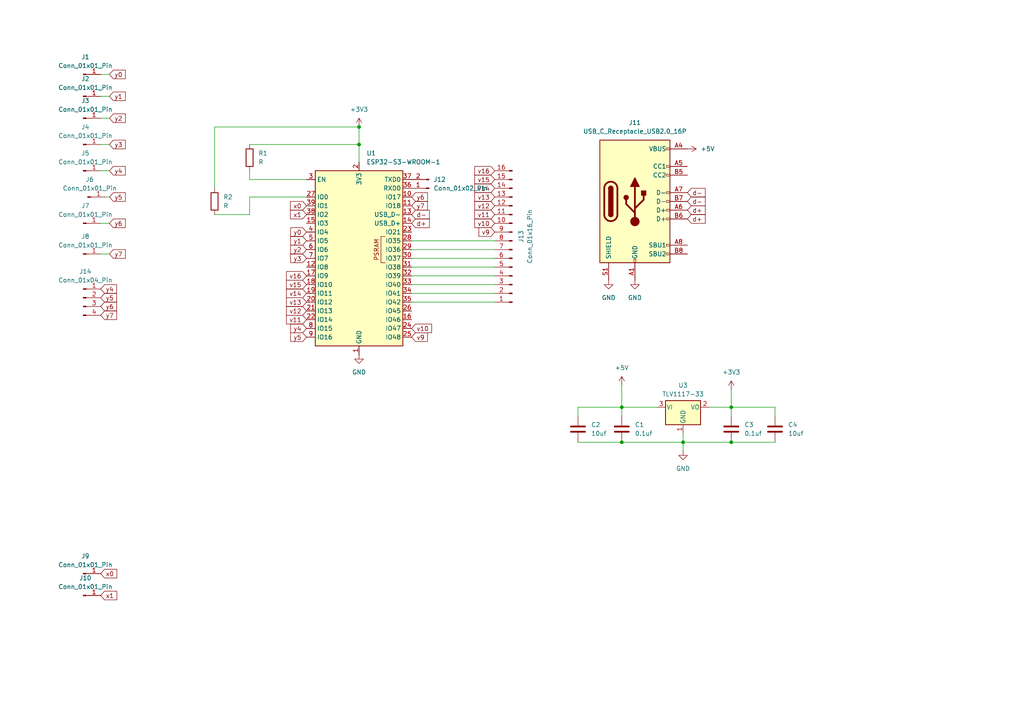
<source format=kicad_sch>
(kicad_sch (version 20250114) (generator "eeschema") (generator_version "9.0")
  (paper "A4")
  (lib_symbols
    (symbol "Connector:Conn_01x01_Pin" (pin_names (offset 1.016) (hide yes))
      (property "Reference" "J" (at 0 2.54 0))
      (property "Value" "Conn_01x01_Pin" (at 0 -2.54 0))
      (symbol "Conn_01x01_Pin_1_1"
        (rectangle (start 0.8636 0.127) (end 0 -0.127) (stroke (width 0.1524)) (fill (type outline)))
        (polyline (pts (xy 1.27 0) (xy 0.8636 0)) (stroke (width 0.1524)))
        (pin passive line (at 5.08 0 180) (length 3.81) (name "Pin_1") (number "1"))
      )
    )
    (symbol "Connector:Conn_01x02_Pin" (pin_names (offset 1.016) (hide yes))
      (property "Reference" "J" (at 0 2.54 0))
      (property "Value" "Conn_01x02_Pin" (at 0 -5.08 0))
      (symbol "Conn_01x02_Pin_1_1"
        (rectangle (start 0.8636 0.127) (end 0 -0.127) (stroke (width 0.1524)) (fill (type outline)))
        (rectangle (start 0.8636 -2.413) (end 0 -2.667) (stroke (width 0.1524)) (fill (type outline)))
        (polyline (pts (xy 1.27 0) (xy 0.8636 0)) (stroke (width 0.1524)))
        (polyline (pts (xy 1.27 -2.54) (xy 0.8636 -2.54)) (stroke (width 0.1524)))
        (pin passive line (at 5.08 0 180) (length 3.81) (name "Pin_1") (number "1"))
        (pin passive line (at 5.08 -2.54 180) (length 3.81) (name "Pin_2") (number "2"))
      )
    )
    (symbol "Connector:Conn_01x04_Pin" (pin_names (offset 1.016) (hide yes))
      (property "Reference" "J" (at 0 5.08 0))
      (property "Value" "Conn_01x04_Pin" (at 0 -7.62 0))
      (symbol "Conn_01x04_Pin_1_1"
        (rectangle (start 0.8636 2.667) (end 0 2.413) (stroke (width 0.1524)) (fill (type outline)))
        (rectangle (start 0.8636 0.127) (end 0 -0.127) (stroke (width 0.1524)) (fill (type outline)))
        (rectangle (start 0.8636 -2.413) (end 0 -2.667) (stroke (width 0.1524)) (fill (type outline)))
        (rectangle (start 0.8636 -4.953) (end 0 -5.207) (stroke (width 0.1524)) (fill (type outline)))
        (polyline (pts (xy 1.27 2.54) (xy 0.8636 2.54)) (stroke (width 0.1524)))
        (polyline (pts (xy 1.27 0) (xy 0.8636 0)) (stroke (width 0.1524)))
        (polyline (pts (xy 1.27 -2.54) (xy 0.8636 -2.54)) (stroke (width 0.1524)))
        (polyline (pts (xy 1.27 -5.08) (xy 0.8636 -5.08)) (stroke (width 0.1524)))
        (pin passive line (at 5.08 2.54 180) (length 3.81) (name "Pin_1") (number "1"))
        (pin passive line (at 5.08 0 180) (length 3.81) (name "Pin_2") (number "2"))
        (pin passive line (at 5.08 -2.54 180) (length 3.81) (name "Pin_3") (number "3"))
        (pin passive line (at 5.08 -5.08 180) (length 3.81) (name "Pin_4") (number "4"))
      )
    )
    (symbol "Connector:Conn_01x16_Pin" (pin_names (offset 1.016) (hide yes))
      (property "Reference" "J" (at 0 20.32 0))
      (property "Value" "Conn_01x16_Pin" (at 0 -22.86 0))
      (symbol "Conn_01x16_Pin_1_1"
        (rectangle (start 0.8636 17.907) (end 0 17.653) (stroke (width 0.1524)) (fill (type outline)))
        (rectangle (start 0.8636 15.367) (end 0 15.113) (stroke (width 0.1524)) (fill (type outline)))
        (rectangle (start 0.8636 12.827) (end 0 12.573) (stroke (width 0.1524)) (fill (type outline)))
        (rectangle (start 0.8636 10.287) (end 0 10.033) (stroke (width 0.1524)) (fill (type outline)))
        (rectangle (start 0.8636 7.747) (end 0 7.493) (stroke (width 0.1524)) (fill (type outline)))
        (rectangle (start 0.8636 5.207) (end 0 4.953) (stroke (width 0.1524)) (fill (type outline)))
        (rectangle (start 0.8636 2.667) (end 0 2.413) (stroke (width 0.1524)) (fill (type outline)))
        (rectangle (start 0.8636 0.127) (end 0 -0.127) (stroke (width 0.1524)) (fill (type outline)))
        (rectangle (start 0.8636 -2.413) (end 0 -2.667) (stroke (width 0.1524)) (fill (type outline)))
        (rectangle (start 0.8636 -4.953) (end 0 -5.207) (stroke (width 0.1524)) (fill (type outline)))
        (rectangle (start 0.8636 -7.493) (end 0 -7.747) (stroke (width 0.1524)) (fill (type outline)))
        (rectangle (start 0.8636 -10.033) (end 0 -10.287) (stroke (width 0.1524)) (fill (type outline)))
        (rectangle (start 0.8636 -12.573) (end 0 -12.827) (stroke (width 0.1524)) (fill (type outline)))
        (rectangle (start 0.8636 -15.113) (end 0 -15.367) (stroke (width 0.1524)) (fill (type outline)))
        (rectangle (start 0.8636 -17.653) (end 0 -17.907) (stroke (width 0.1524)) (fill (type outline)))
        (rectangle (start 0.8636 -20.193) (end 0 -20.447) (stroke (width 0.1524)) (fill (type outline)))
        (polyline (pts (xy 1.27 17.78) (xy 0.8636 17.78)) (stroke (width 0.1524)))
        (polyline (pts (xy 1.27 15.24) (xy 0.8636 15.24)) (stroke (width 0.1524)))
        (polyline (pts (xy 1.27 12.7) (xy 0.8636 12.7)) (stroke (width 0.1524)))
        (polyline (pts (xy 1.27 10.16) (xy 0.8636 10.16)) (stroke (width 0.1524)))
        (polyline (pts (xy 1.27 7.62) (xy 0.8636 7.62)) (stroke (width 0.1524)))
        (polyline (pts (xy 1.27 5.08) (xy 0.8636 5.08)) (stroke (width 0.1524)))
        (polyline (pts (xy 1.27 2.54) (xy 0.8636 2.54)) (stroke (width 0.1524)))
        (polyline (pts (xy 1.27 0) (xy 0.8636 0)) (stroke (width 0.1524)))
        (polyline (pts (xy 1.27 -2.54) (xy 0.8636 -2.54)) (stroke (width 0.1524)))
        (polyline (pts (xy 1.27 -5.08) (xy 0.8636 -5.08)) (stroke (width 0.1524)))
        (polyline (pts (xy 1.27 -7.62) (xy 0.8636 -7.62)) (stroke (width 0.1524)))
        (polyline (pts (xy 1.27 -10.16) (xy 0.8636 -10.16)) (stroke (width 0.1524)))
        (polyline (pts (xy 1.27 -12.7) (xy 0.8636 -12.7)) (stroke (width 0.1524)))
        (polyline (pts (xy 1.27 -15.24) (xy 0.8636 -15.24)) (stroke (width 0.1524)))
        (polyline (pts (xy 1.27 -17.78) (xy 0.8636 -17.78)) (stroke (width 0.1524)))
        (polyline (pts (xy 1.27 -20.32) (xy 0.8636 -20.32)) (stroke (width 0.1524)))
        (pin passive line (at 5.08 17.78 180) (length 3.81) (name "Pin_1") (number "1"))
        (pin passive line (at 5.08 15.24 180) (length 3.81) (name "Pin_2") (number "2"))
        (pin passive line (at 5.08 12.7 180) (length 3.81) (name "Pin_3") (number "3"))
        (pin passive line (at 5.08 10.16 180) (length 3.81) (name "Pin_4") (number "4"))
        (pin passive line (at 5.08 7.62 180) (length 3.81) (name "Pin_5") (number "5"))
        (pin passive line (at 5.08 5.08 180) (length 3.81) (name "Pin_6") (number "6"))
        (pin passive line (at 5.08 2.54 180) (length 3.81) (name "Pin_7") (number "7"))
        (pin passive line (at 5.08 0 180) (length 3.81) (name "Pin_8") (number "8"))
        (pin passive line (at 5.08 -2.54 180) (length 3.81) (name "Pin_9") (number "9"))
        (pin passive line (at 5.08 -5.08 180) (length 3.81) (name "Pin_10") (number "10"))
        (pin passive line (at 5.08 -7.62 180) (length 3.81) (name "Pin_11") (number "11"))
        (pin passive line (at 5.08 -10.16 180) (length 3.81) (name "Pin_12") (number "12"))
        (pin passive line (at 5.08 -12.7 180) (length 3.81) (name "Pin_13") (number "13"))
        (pin passive line (at 5.08 -15.24 180) (length 3.81) (name "Pin_14") (number "14"))
        (pin passive line (at 5.08 -17.78 180) (length 3.81) (name "Pin_15") (number "15"))
        (pin passive line (at 5.08 -20.32 180) (length 3.81) (name "Pin_16") (number "16"))
      )
    )
    (symbol "Connector:USB_C_Receptacle_USB2.0_16P" (pin_names (offset 1.016))
      (property "Reference" "J" (at 0 22.225 0))
      (property "Value" "USB_C_Receptacle_USB2.0_16P" (at 0 19.685 0))
      (symbol "USB_C_Receptacle_USB2.0_16P_0_0"
        (rectangle (start -0.254 -17.78) (end 0.254 -16.764))
        (rectangle (start 10.16 15.494) (end 9.144 14.986))
        (rectangle (start 10.16 10.414) (end 9.144 9.906))
        (rectangle (start 10.16 7.874) (end 9.144 7.366))
        (rectangle (start 10.16 2.794) (end 9.144 2.286))
        (rectangle (start 10.16 0.254) (end 9.144 -0.254))
        (rectangle (start 10.16 -2.286) (end 9.144 -2.794))
        (rectangle (start 10.16 -4.826) (end 9.144 -5.334))
        (rectangle (start 10.16 -12.446) (end 9.144 -12.954))
        (rectangle (start 10.16 -14.986) (end 9.144 -15.494))
      )
      (symbol "USB_C_Receptacle_USB2.0_16P_0_1"
        (rectangle (start -10.16 17.78) (end 10.16 -17.78) (stroke (width 0.254)) (fill (type background)))
        (polyline (pts (xy -8.89 -3.81) (xy -8.89 3.81)) (stroke (width 0.508)))
        (rectangle (start -7.62 -3.81) (end -6.35 3.81) (stroke (width 0.254)) (fill (type outline)))
        (arc (start -7.62 3.81) (mid -6.985 4.4423) (end -6.35 3.81) (stroke (width 0.254)))
        (arc (start -7.62 3.81) (mid -6.985 4.4423) (end -6.35 3.81) (stroke (width 0.254)) (fill (type outline)))
        (arc (start -8.89 3.81) (mid -6.985 5.7067) (end -5.08 3.81) (stroke (width 0.508)))
        (arc (start -5.08 -3.81) (mid -6.985 -5.7067) (end -8.89 -3.81) (stroke (width 0.508)))
        (arc (start -6.35 -3.81) (mid -6.985 -4.4423) (end -7.62 -3.81) (stroke (width 0.254)))
        (arc (start -6.35 -3.81) (mid -6.985 -4.4423) (end -7.62 -3.81) (stroke (width 0.254)) (fill (type outline)))
        (polyline (pts (xy -5.08 3.81) (xy -5.08 -3.81)) (stroke (width 0.508)))
        (circle (center -2.54 1.143) (radius 0.635) (stroke (width 0.254)) (fill (type outline)))
        (polyline (pts (xy -1.27 4.318) (xy 0 6.858) (xy 1.27 4.318) (xy -1.27 4.318)) (stroke (width 0.254)) (fill (type outline)))
        (polyline (pts (xy 0 -2.032) (xy 2.54 0.508) (xy 2.54 1.778)) (stroke (width 0.508)))
        (polyline (pts (xy 0 -3.302) (xy -2.54 -0.762) (xy -2.54 0.508)) (stroke (width 0.508)))
        (polyline (pts (xy 0 -5.842) (xy 0 4.318)) (stroke (width 0.508)))
        (circle (center 0 -5.842) (radius 1.27) (fill (type outline)))
        (rectangle (start 1.905 1.778) (end 3.175 3.048) (stroke (width 0.254)) (fill (type outline)))
      )
      (symbol "USB_C_Receptacle_USB2.0_16P_1_1"
        (pin passive line (at -7.62 -22.86 90) (length 5.08) (name "SHIELD") (number "S1"))
        (pin passive line (at 0 -22.86 90) (length 5.08) (name "GND") (number "A1"))
        (pin passive line (at 0 -22.86 90) (length 5.08) (hide yes) (name "GND") (number "A12"))
        (pin passive line (at 0 -22.86 90) (length 5.08) (hide yes) (name "GND") (number "B1"))
        (pin passive line (at 0 -22.86 90) (length 5.08) (hide yes) (name "GND") (number "B12"))
        (pin passive line (at 15.24 15.24 180) (length 5.08) (name "VBUS") (number "A4"))
        (pin passive line (at 15.24 15.24 180) (length 5.08) (hide yes) (name "VBUS") (number "A9"))
        (pin passive line (at 15.24 15.24 180) (length 5.08) (hide yes) (name "VBUS") (number "B4"))
        (pin passive line (at 15.24 15.24 180) (length 5.08) (hide yes) (name "VBUS") (number "B9"))
        (pin bidirectional line (at 15.24 10.16 180) (length 5.08) (name "CC1") (number "A5"))
        (pin bidirectional line (at 15.24 7.62 180) (length 5.08) (name "CC2") (number "B5"))
        (pin bidirectional line (at 15.24 2.54 180) (length 5.08) (name "D-") (number "A7"))
        (pin bidirectional line (at 15.24 0 180) (length 5.08) (name "D-") (number "B7"))
        (pin bidirectional line (at 15.24 -2.54 180) (length 5.08) (name "D+") (number "A6"))
        (pin bidirectional line (at 15.24 -5.08 180) (length 5.08) (name "D+") (number "B6"))
        (pin bidirectional line (at 15.24 -12.7 180) (length 5.08) (name "SBU1") (number "A8"))
        (pin bidirectional line (at 15.24 -15.24 180) (length 5.08) (name "SBU2") (number "B8"))
      )
    )
    (symbol "Device:C" (pin_numbers (hide yes)) (pin_names (offset 0.254))
      (property "Reference" "C" (at 0.635 2.54 0))
      (property "Value" "C" (at 0.635 -2.54 0))
      (symbol "C_0_1"
        (polyline (pts (xy -2.032 0.762) (xy 2.032 0.762)) (stroke (width 0.508)))
        (polyline (pts (xy -2.032 -0.762) (xy 2.032 -0.762)) (stroke (width 0.508)))
      )
      (symbol "C_1_1"
        (pin passive line (at 0 3.81 270) (length 2.794) (name "~") (number "1"))
        (pin passive line (at 0 -3.81 90) (length 2.794) (name "~") (number "2"))
      )
    )
    (symbol "Device:R" (pin_numbers (hide yes)) (pin_names (offset 0))
      (property "Reference" "R" (at 2.032 0 90))
      (property "Value" "R" (at 0 0 90))
      (symbol "R_0_1"
        (rectangle (start -1.016 -2.54) (end 1.016 2.54) (stroke (width 0.254)))
      )
      (symbol "R_1_1"
        (pin passive line (at 0 3.81 270) (length 1.27) (name "~") (number "1"))
        (pin passive line (at 0 -3.81 90) (length 1.27) (name "~") (number "2"))
      )
    )
    (symbol "RF_Module:ESP32-S3-WROOM-1"
      (property "Reference" "U" (at -12.7 26.67 0))
      (property "Value" "ESP32-S3-WROOM-1" (at 12.7 26.67 0))
      (symbol "ESP32-S3-WROOM-1_0_0"
        (rectangle (start -12.7 25.4) (end 12.7 -25.4) (stroke (width 0.254)) (fill (type background)))
        (text "PSRAM" (at 5.08 2.54 900) (effects (font (size 1.27 1.27))))
      )
      (symbol "ESP32-S3-WROOM-1_0_1"
        (polyline (pts (xy 7.62 -1.27) (xy 6.35 -1.27) (xy 6.35 6.35) (xy 7.62 6.35)))
      )
      (symbol "ESP32-S3-WROOM-1_1_1"
        (pin input line (at -15.24 22.86 0) (length 2.54) (name "EN") (number "3"))
        (pin bidirectional line (at -15.24 17.78 0) (length 2.54) (name "IO0") (number "27"))
        (pin bidirectional line (at -15.24 15.24 0) (length 2.54) (name "IO1") (number "39"))
        (pin bidirectional line (at -15.24 12.7 0) (length 2.54) (name "IO2") (number "38"))
        (pin bidirectional line (at -15.24 10.16 0) (length 2.54) (name "IO3") (number "15"))
        (pin bidirectional line (at -15.24 7.62 0) (length 2.54) (name "IO4") (number "4"))
        (pin bidirectional line (at -15.24 5.08 0) (length 2.54) (name "IO5") (number "5"))
        (pin bidirectional line (at -15.24 2.54 0) (length 2.54) (name "IO6") (number "6"))
        (pin bidirectional line (at -15.24 0 0) (length 2.54) (name "IO7") (number "7"))
        (pin bidirectional line (at -15.24 -2.54 0) (length 2.54) (name "IO8") (number "12"))
        (pin bidirectional line (at -15.24 -5.08 0) (length 2.54) (name "IO9") (number "17"))
        (pin bidirectional line (at -15.24 -7.62 0) (length 2.54) (name "IO10") (number "18"))
        (pin bidirectional line (at -15.24 -10.16 0) (length 2.54) (name "IO11") (number "19"))
        (pin bidirectional line (at -15.24 -12.7 0) (length 2.54) (name "IO12") (number "20"))
        (pin bidirectional line (at -15.24 -15.24 0) (length 2.54) (name "IO13") (number "21"))
        (pin bidirectional line (at -15.24 -17.78 0) (length 2.54) (name "IO14") (number "22"))
        (pin bidirectional line (at -15.24 -20.32 0) (length 2.54) (name "IO15") (number "8"))
        (pin bidirectional line (at -15.24 -22.86 0) (length 2.54) (name "IO16") (number "9"))
        (pin power_in line (at 0 27.94 270) (length 2.54) (name "3V3") (number "2"))
        (pin power_in line (at 0 -27.94 90) (length 2.54) (name "GND") (number "1"))
        (pin passive line (at 0 -27.94 90) (length 2.54) (hide yes) (name "GND") (number "40"))
        (pin passive line (at 0 -27.94 90) (length 2.54) (hide yes) (name "GND") (number "41"))
        (pin bidirectional line (at 15.24 22.86 180) (length 2.54) (name "TXD0") (number "37"))
        (pin bidirectional line (at 15.24 20.32 180) (length 2.54) (name "RXD0") (number "36"))
        (pin bidirectional line (at 15.24 17.78 180) (length 2.54) (name "IO17") (number "10"))
        (pin bidirectional line (at 15.24 15.24 180) (length 2.54) (name "IO18") (number "11"))
        (pin bidirectional line (at 15.24 12.7 180) (length 2.54) (name "USB_D-") (number "13"))
        (pin bidirectional line (at 15.24 10.16 180) (length 2.54) (name "USB_D+") (number "14"))
        (pin bidirectional line (at 15.24 7.62 180) (length 2.54) (name "IO21") (number "23"))
        (pin bidirectional line (at 15.24 5.08 180) (length 2.54) (name "IO35") (number "28"))
        (pin bidirectional line (at 15.24 2.54 180) (length 2.54) (name "IO36") (number "29"))
        (pin bidirectional line (at 15.24 0 180) (length 2.54) (name "IO37") (number "30"))
        (pin bidirectional line (at 15.24 -2.54 180) (length 2.54) (name "IO38") (number "31"))
        (pin bidirectional line (at 15.24 -5.08 180) (length 2.54) (name "IO39") (number "32"))
        (pin bidirectional line (at 15.24 -7.62 180) (length 2.54) (name "IO40") (number "33"))
        (pin bidirectional line (at 15.24 -10.16 180) (length 2.54) (name "IO41") (number "34"))
        (pin bidirectional line (at 15.24 -12.7 180) (length 2.54) (name "IO42") (number "35"))
        (pin bidirectional line (at 15.24 -15.24 180) (length 2.54) (name "IO45") (number "26"))
        (pin bidirectional line (at 15.24 -17.78 180) (length 2.54) (name "IO46") (number "16"))
        (pin bidirectional line (at 15.24 -20.32 180) (length 2.54) (name "IO47") (number "24"))
        (pin bidirectional line (at 15.24 -22.86 180) (length 2.54) (name "IO48") (number "25"))
      )
    )
    (symbol "Regulator_Linear:TLV1117-33" (pin_names (offset 0.254))
      (property "Reference" "U" (at -3.81 3.175 0))
      (property "Value" "TLV1117-33" (at 0 3.175 0))
      (symbol "TLV1117-33_0_1"
        (rectangle (start -5.08 -5.08) (end 5.08 1.905) (stroke (width 0.254)) (fill (type background)))
      )
      (symbol "TLV1117-33_1_1"
        (pin power_in line (at -7.62 0 0) (length 2.54) (name "VI") (number "3"))
        (pin power_in line (at 0 -7.62 90) (length 2.54) (name "GND") (number "1"))
        (pin power_out line (at 7.62 0 180) (length 2.54) (name "VO") (number "2"))
      )
    )
    (symbol "power:+3V3" (power) (pin_numbers (hide yes)) (pin_names (offset 0) (hide yes))
      (property "Value" "+3V3" (at 0 3.556 0))
      (symbol "+3V3_0_1"
        (polyline (pts (xy -0.762 1.27) (xy 0 2.54)))
        (polyline (pts (xy 0 2.54) (xy 0.762 1.27)))
        (polyline (pts (xy 0 0) (xy 0 2.54)))
      )
      (symbol "+3V3_1_1"
        (pin power_in line (at 0 0 90) (length 0) (name "~") (number "1"))
      )
    )
    (symbol "power:+5V" (power) (pin_numbers (hide yes)) (pin_names (offset 0) (hide yes))
      (property "Value" "+5V" (at 0 3.556 0))
      (symbol "+5V_0_1"
        (polyline (pts (xy -0.762 1.27) (xy 0 2.54)))
        (polyline (pts (xy 0 2.54) (xy 0.762 1.27)))
        (polyline (pts (xy 0 0) (xy 0 2.54)))
      )
      (symbol "+5V_1_1"
        (pin power_in line (at 0 0 90) (length 0) (name "~") (number "1"))
      )
    )
    (symbol "power:GND" (power) (pin_numbers (hide yes)) (pin_names (offset 0) (hide yes))
      (property "Value" "GND" (at 0 -3.81 0))
      (symbol "GND_0_1"
        (polyline (pts (xy 0 0) (xy 0 -1.27) (xy 1.27 -1.27) (xy 0 -2.54) (xy -1.27 -1.27) (xy 0 -1.27)))
      )
      (symbol "GND_1_1"
        (pin power_in line (at 0 0 270) (length 0) (name "~") (number "1"))
      )
    )
  )
  (junction (at 180.34 118.11))
  (junction (at 212.09 118.11))
  (junction (at 198.12 128.27))
  (junction (at 212.09 128.27))
  (junction (at 180.34 128.27))
  (junction (at 104.14 41.91))
  (junction (at 104.14 36.83))
  (wire (pts (xy 119.38 80.01) (xy 143.51 80.01)))
  (wire (pts (xy 72.39 52.07) (xy 72.39 49.53)))
  (wire (pts (xy 119.38 82.55) (xy 143.51 82.55)))
  (wire (pts (xy 198.12 128.27) (xy 198.12 125.73)))
  (wire (pts (xy 119.38 87.63) (xy 143.51 87.63)))
  (wire (pts (xy 119.38 74.93) (xy 143.51 74.93)))
  (wire (pts (xy 119.38 72.39) (xy 143.51 72.39)))
  (wire (pts (xy 72.39 62.23) (xy 62.23 62.23)))
  (wire (pts (xy 104.14 36.83) (xy 104.14 41.91)))
  (wire (pts (xy 29.21 27.94) (xy 31.75 27.94)))
  (wire (pts (xy 205.74 118.11) (xy 212.09 118.11)))
  (wire (pts (xy 119.38 69.85) (xy 143.51 69.85)))
  (wire (pts (xy 119.38 77.47) (xy 143.51 77.47)))
  (wire (pts (xy 72.39 57.15) (xy 72.39 62.23)))
  (wire (pts (xy 88.9 57.15) (xy 72.39 57.15)))
  (wire (pts (xy 180.34 118.11) (xy 180.34 120.65)))
  (wire (pts (xy 167.64 128.27) (xy 180.34 128.27)))
  (wire (pts (xy 224.79 120.65) (xy 224.79 118.11)))
  (wire (pts (xy 29.21 21.59) (xy 31.75 21.59)))
  (wire (pts (xy 212.09 128.27) (xy 224.79 128.27)))
  (wire (pts (xy 29.21 73.66) (xy 31.75 73.66)))
  (wire (pts (xy 72.39 41.91) (xy 104.14 41.91)))
  (wire (pts (xy 29.21 64.77) (xy 31.75 64.77)))
  (wire (pts (xy 167.64 118.11) (xy 167.64 120.65)))
  (wire (pts (xy 212.09 118.11) (xy 212.09 113.03)))
  (wire (pts (xy 180.34 128.27) (xy 198.12 128.27)))
  (wire (pts (xy 180.34 118.11) (xy 180.34 111.76)))
  (wire (pts (xy 88.9 52.07) (xy 72.39 52.07)))
  (wire (pts (xy 198.12 130.81) (xy 198.12 128.27)))
  (wire (pts (xy 198.12 128.27) (xy 212.09 128.27)))
  (wire (pts (xy 119.38 85.09) (xy 143.51 85.09)))
  (wire (pts (xy 167.64 118.11) (xy 180.34 118.11)))
  (wire (pts (xy 62.23 36.83) (xy 104.14 36.83)))
  (wire (pts (xy 212.09 118.11) (xy 224.79 118.11)))
  (wire (pts (xy 190.5 118.11) (xy 180.34 118.11)))
  (wire (pts (xy 29.21 34.29) (xy 31.75 34.29)))
  (wire (pts (xy 212.09 120.65) (xy 212.09 118.11)))
  (wire (pts (xy 29.21 49.53) (xy 31.75 49.53)))
  (wire (pts (xy 104.14 41.91) (xy 104.14 46.99)))
  (wire (pts (xy 29.21 41.91) (xy 31.75 41.91)))
  (wire (pts (xy 30.48 57.15) (xy 31.75 57.15)))
  (wire (pts (xy 62.23 54.61) (xy 62.23 36.83)))
  (global_label "y0" (shape input) (at 31.75 21.59 0) (property "Intersheetrefs" "${INTERSHEET_REFS}" (effects (hide yes))))
  (global_label "y1" (shape input) (at 88.9 69.85 180) (property "Intersheetrefs" "${INTERSHEET_REFS}" (effects (hide yes))))
  (global_label "y6" (shape input) (at 31.75 64.77 0) (property "Intersheetrefs" "${INTERSHEET_REFS}" (effects (hide yes))))
  (global_label "d+" (shape input) (at 199.39 63.5 0) (property "Intersheetrefs" "${INTERSHEET_REFS}" (effects (hide yes))))
  (global_label "y6" (shape input) (at 29.21 88.9 0) (property "Intersheetrefs" "${INTERSHEET_REFS}" (effects (hide yes))))
  (global_label "y7" (shape input) (at 29.21 91.44 0) (property "Intersheetrefs" "${INTERSHEET_REFS}" (effects (hide yes))))
  (global_label "d+" (shape input) (at 119.38 64.77 0) (property "Intersheetrefs" "${INTERSHEET_REFS}" (effects (hide yes))))
  (global_label "x0" (shape input) (at 29.21 166.37 0) (property "Intersheetrefs" "${INTERSHEET_REFS}" (effects (hide yes))))
  (global_label "d-" (shape input) (at 199.39 58.42 0) (property "Intersheetrefs" "${INTERSHEET_REFS}" (effects (hide yes))))
  (global_label "d-" (shape input) (at 119.38 62.23 0) (property "Intersheetrefs" "${INTERSHEET_REFS}" (effects (hide yes))))
  (global_label "x1" (shape input) (at 88.9 62.23 180) (property "Intersheetrefs" "${INTERSHEET_REFS}" (effects (hide yes))))
  (global_label "v12" (shape input) (at 88.9 90.17 180) (property "Intersheetrefs" "${INTERSHEET_REFS}" (effects (hide yes))))
  (global_label "y3" (shape input) (at 31.75 41.91 0) (property "Intersheetrefs" "${INTERSHEET_REFS}" (effects (hide yes))))
  (global_label "y5" (shape input) (at 29.21 86.36 0) (property "Intersheetrefs" "${INTERSHEET_REFS}" (effects (hide yes))))
  (global_label "v10" (shape input) (at 119.38 95.25 0) (property "Intersheetrefs" "${INTERSHEET_REFS}" (effects (hide yes))))
  (global_label "y4" (shape input) (at 29.21 83.82 0) (property "Intersheetrefs" "${INTERSHEET_REFS}" (effects (hide yes))))
  (global_label "y1" (shape input) (at 31.75 27.94 0) (property "Intersheetrefs" "${INTERSHEET_REFS}" (effects (hide yes))))
  (global_label "y5" (shape input) (at 31.75 57.15 0) (property "Intersheetrefs" "${INTERSHEET_REFS}" (effects (hide yes))))
  (global_label "x1" (shape input) (at 29.21 172.72 0) (property "Intersheetrefs" "${INTERSHEET_REFS}" (effects (hide yes))))
  (global_label "y4" (shape input) (at 88.9 95.25 180) (property "Intersheetrefs" "${INTERSHEET_REFS}" (effects (hide yes))))
  (global_label "d+" (shape input) (at 199.39 60.96 0) (property "Intersheetrefs" "${INTERSHEET_REFS}" (effects (hide yes))))
  (global_label "v10" (shape input) (at 143.51 64.77 180) (property "Intersheetrefs" "${INTERSHEET_REFS}" (effects (hide yes))))
  (global_label "v15" (shape input) (at 143.51 52.07 180) (property "Intersheetrefs" "${INTERSHEET_REFS}" (effects (hide yes))))
  (global_label "v11" (shape input) (at 143.51 62.23 180) (property "Intersheetrefs" "${INTERSHEET_REFS}" (effects (hide yes))))
  (global_label "v12" (shape input) (at 143.51 59.69 180) (property "Intersheetrefs" "${INTERSHEET_REFS}" (effects (hide yes))))
  (global_label "y3" (shape input) (at 88.9 74.93 180) (property "Intersheetrefs" "${INTERSHEET_REFS}" (effects (hide yes))))
  (global_label "y0" (shape input) (at 88.9 67.31 180) (property "Intersheetrefs" "${INTERSHEET_REFS}" (effects (hide yes))))
  (global_label "v16" (shape input) (at 88.9 80.01 180) (property "Intersheetrefs" "${INTERSHEET_REFS}" (effects (hide yes))))
  (global_label "v15" (shape input) (at 88.9 82.55 180) (property "Intersheetrefs" "${INTERSHEET_REFS}" (effects (hide yes))))
  (global_label "v9" (shape input) (at 119.38 97.79 0) (property "Intersheetrefs" "${INTERSHEET_REFS}" (effects (hide yes))))
  (global_label "y2" (shape input) (at 31.75 34.29 0) (property "Intersheetrefs" "${INTERSHEET_REFS}" (effects (hide yes))))
  (global_label "x0" (shape input) (at 88.9 59.69 180) (property "Intersheetrefs" "${INTERSHEET_REFS}" (effects (hide yes))))
  (global_label "y2" (shape input) (at 88.9 72.39 180) (property "Intersheetrefs" "${INTERSHEET_REFS}" (effects (hide yes))))
  (global_label "v13" (shape input) (at 143.51 57.15 180) (property "Intersheetrefs" "${INTERSHEET_REFS}" (effects (hide yes))))
  (global_label "y7" (shape input) (at 31.75 73.66 0) (property "Intersheetrefs" "${INTERSHEET_REFS}" (effects (hide yes))))
  (global_label "y5" (shape input) (at 88.9 97.79 180) (property "Intersheetrefs" "${INTERSHEET_REFS}" (effects (hide yes))))
  (global_label "v16" (shape input) (at 143.51 49.53 180) (property "Intersheetrefs" "${INTERSHEET_REFS}" (effects (hide yes))))
  (global_label "v14" (shape input) (at 88.9 85.09 180) (property "Intersheetrefs" "${INTERSHEET_REFS}" (effects (hide yes))))
  (global_label "y7" (shape input) (at 119.38 59.69 0) (property "Intersheetrefs" "${INTERSHEET_REFS}" (effects (hide yes))))
  (global_label "v9" (shape input) (at 143.51 67.31 180) (property "Intersheetrefs" "${INTERSHEET_REFS}" (effects (hide yes))))
  (global_label "d-" (shape input) (at 199.39 55.88 0) (property "Intersheetrefs" "${INTERSHEET_REFS}" (effects (hide yes))))
  (global_label "y4" (shape input) (at 31.75 49.53 0) (property "Intersheetrefs" "${INTERSHEET_REFS}" (effects (hide yes))))
  (global_label "y6" (shape input) (at 119.38 57.15 0) (property "Intersheetrefs" "${INTERSHEET_REFS}" (effects (hide yes))))
  (global_label "v13" (shape input) (at 88.9 87.63 180) (property "Intersheetrefs" "${INTERSHEET_REFS}" (effects (hide yes))))
  (global_label "v14" (shape input) (at 143.51 54.61 180) (property "Intersheetrefs" "${INTERSHEET_REFS}" (effects (hide yes))))
  (global_label "v11" (shape input) (at 88.9 92.71 180) (property "Intersheetrefs" "${INTERSHEET_REFS}" (effects (hide yes))))
  (symbol (lib_id "Connector:Conn_01x01_Pin") (at 24.13 27.94 0) (unit 1)
    (property "Reference" "J2" (at 24.765 22.86 0))
    (property "Value" "Conn_01x01_Pin" (at 24.765 25.4 0))
    (property "Footprint" "Connector_PinHeader_2.54mm:PinHeader_1x01_P2.54mm_Vertical" (effects (hide yes)))
    (property "Description" "Generic connector, single row, 01x01, script generated" (effects (hide yes)))
  )
  (symbol (lib_id "power:GND") (at 176.53 81.28 0) (unit 1)
    (property "Reference" "#PWR02" (effects (hide yes)))
    (property "Value" "GND" (at 176.53 86.36 0))
    (property "Description" "Power symbol creates a global label with name \"GND\" , ground" (effects (hide yes)))
  )
  (symbol (lib_id "Device:C") (at 167.64 124.46 0) (unit 1)
    (property "Reference" "C2" (at 171.45 123.1899 0) (effects (justify left)))
    (property "Value" "10uf" (at 171.45 125.7299 0) (effects (justify left)))
    (property "Footprint" "Capacitor_SMD:C_0805_2012Metric" (effects (hide yes)))
    (property "Description" "Unpolarized capacitor" (effects (hide yes)))
  )
  (symbol (lib_id "Device:R") (at 72.39 45.72 0) (unit 1)
    (property "Reference" "R1" (at 74.93 44.4499 0) (effects (justify left)))
    (property "Value" "R" (at 74.93 46.9899 0) (effects (justify left)))
    (property "Footprint" "Resistor_SMD:R_0805_2012Metric" (effects (hide yes)))
    (property "Description" "Resistor" (effects (hide yes)))
  )
  (symbol (lib_id "power:+5V") (at 199.39 43.18 270) (unit 1)
    (property "Reference" "#PWR08" (effects (hide yes)))
    (property "Value" "+5V" (at 203.2 43.1799 90) (effects (justify left)))
    (property "Description" "Power symbol creates a global label with name \"+5V\"" (effects (hide yes)))
  )
  (symbol (lib_id "power:GND") (at 198.12 130.81 0) (unit 1)
    (property "Reference" "#PWR05" (effects (hide yes)))
    (property "Value" "GND" (at 198.12 135.89 0))
    (property "Description" "Power symbol creates a global label with name \"GND\" , ground" (effects (hide yes)))
  )
  (symbol (lib_id "Device:C") (at 212.09 124.46 0) (unit 1)
    (property "Reference" "C3" (at 215.9 123.1899 0) (effects (justify left)))
    (property "Value" "0.1uf" (at 215.9 125.7299 0) (effects (justify left)))
    (property "Footprint" "Capacitor_SMD:C_0603_1608Metric" (effects (hide yes)))
    (property "Description" "Unpolarized capacitor" (effects (hide yes)))
  )
  (symbol (lib_id "Connector:Conn_01x01_Pin") (at 24.13 41.91 0) (unit 1)
    (property "Reference" "J4" (at 24.765 36.83 0))
    (property "Value" "Conn_01x01_Pin" (at 24.765 39.37 0))
    (property "Footprint" "Connector_PinHeader_2.54mm:PinHeader_1x01_P2.54mm_Vertical" (effects (hide yes)))
    (property "Description" "Generic connector, single row, 01x01, script generated" (effects (hide yes)))
  )
  (symbol (lib_id "Device:C") (at 180.34 124.46 0) (unit 1)
    (property "Reference" "C1" (at 184.15 123.1899 0) (effects (justify left)))
    (property "Value" "0.1uf" (at 184.15 125.7299 0) (effects (justify left)))
    (property "Footprint" "Capacitor_SMD:C_0603_1608Metric" (effects (hide yes)))
    (property "Description" "Unpolarized capacitor" (effects (hide yes)))
  )
  (symbol (lib_id "Connector:Conn_01x16_Pin") (at 148.59 69.85 180) (unit 1)
    (property "Reference" "J13" (at 151.13 68.58 90))
    (property "Value" "Conn_01x16_Pin" (at 153.67 68.58 90))
    (property "Footprint" "Connector_PinSocket_1.27mm:PinSocket_1x16_P1.27mm_Vertical" (effects (hide yes)))
    (property "Description" "Generic connector, single row, 01x16, script generated" (effects (hide yes)))
  )
  (symbol (lib_id "Connector:Conn_01x01_Pin") (at 24.13 172.72 0) (unit 1)
    (property "Reference" "J10" (at 24.765 167.64 0))
    (property "Value" "Conn_01x01_Pin" (at 24.765 170.18 0))
    (property "Footprint" "Connector_PinHeader_2.54mm:PinHeader_1x01_P2.54mm_Vertical" (effects (hide yes)))
    (property "Description" "Generic connector, single row, 01x01, script generated" (effects (hide yes)))
  )
  (symbol (lib_id "Connector:Conn_01x01_Pin") (at 25.4 57.15 0) (unit 1)
    (property "Reference" "J6" (at 26.035 52.07 0))
    (property "Value" "Conn_01x01_Pin" (at 26.035 54.61 0))
    (property "Footprint" "Connector_PinHeader_2.54mm:PinHeader_1x01_P2.54mm_Vertical" (effects (hide yes)))
    (property "Description" "Generic connector, single row, 01x01, script generated" (effects (hide yes)))
  )
  (symbol (lib_id "Connector:Conn_01x01_Pin") (at 24.13 34.29 0) (unit 1)
    (property "Reference" "J3" (at 24.765 29.21 0))
    (property "Value" "Conn_01x01_Pin" (at 24.765 31.75 0))
    (property "Footprint" "Connector_PinHeader_2.54mm:PinHeader_1x01_P2.54mm_Vertical" (effects (hide yes)))
    (property "Description" "Generic connector, single row, 01x01, script generated" (effects (hide yes)))
  )
  (symbol (lib_id "power:+5V") (at 180.34 111.76 0) (unit 1)
    (property "Reference" "#PWR04" (effects (hide yes)))
    (property "Value" "+5V" (at 180.34 106.68 0))
    (property "Description" "Power symbol creates a global label with name \"+5V\"" (effects (hide yes)))
  )
  (symbol (lib_id "Connector:Conn_01x04_Pin") (at 24.13 86.36 0) (unit 1)
    (property "Reference" "J14" (at 24.765 78.74 0))
    (property "Value" "Conn_01x04_Pin" (at 24.765 81.28 0))
    (property "Footprint" "Connector_PinHeader_2.54mm:PinHeader_1x04_P2.54mm_Vertical" (effects (hide yes)))
    (property "Description" "Generic connector, single row, 01x04, script generated" (effects (hide yes)))
  )
  (symbol (lib_id "Device:C") (at 224.79 124.46 0) (unit 1)
    (property "Reference" "C4" (at 228.6 123.1899 0) (effects (justify left)))
    (property "Value" "10uf" (at 228.6 125.7299 0) (effects (justify left)))
    (property "Footprint" "Capacitor_SMD:C_0805_2012Metric" (effects (hide yes)))
    (property "Description" "Unpolarized capacitor" (effects (hide yes)))
  )
  (symbol (lib_id "RF_Module:ESP32-S3-WROOM-1") (at 104.14 74.93 0) (unit 1)
    (property "Reference" "U1" (at 106.2833 44.45 0) (effects (justify left)))
    (property "Value" "ESP32-S3-WROOM-1" (at 106.2833 46.99 0) (effects (justify left)))
    (property "Footprint" "RF_Module:ESP32-S3-WROOM-1" (effects (hide yes)))
    (property "Datasheet" "https://www.espressif.com/sites/default/files/documentation/esp32-s3-wroom-1_wroom-1u_datasheet_en.pdf" (effects (hide yes)))
    (property "Description" "RF Module, ESP32-S3 SoC, Wi-Fi 802.11b/g/n, Bluetooth, BLE, 32-bit, 3.3V, onboard antenna, SMD" (effects (hide yes)))
  )
  (symbol (lib_id "Connector:Conn_01x01_Pin") (at 24.13 73.66 0) (unit 1)
    (property "Reference" "J8" (at 24.765 68.58 0))
    (property "Value" "Conn_01x01_Pin" (at 24.765 71.12 0))
    (property "Footprint" "Connector_PinHeader_2.54mm:PinHeader_1x01_P2.54mm_Vertical" (effects (hide yes)))
    (property "Description" "Generic connector, single row, 01x01, script generated" (effects (hide yes)))
  )
  (symbol (lib_id "power:GND") (at 104.14 102.87 0) (unit 1)
    (property "Reference" "#PWR01" (effects (hide yes)))
    (property "Value" "GND" (at 104.14 107.95 0))
    (property "Description" "Power symbol creates a global label with name \"GND\" , ground" (effects (hide yes)))
  )
  (symbol (lib_id "Device:R") (at 62.23 58.42 0) (unit 1)
    (property "Reference" "R2" (at 64.77 57.1499 0) (effects (justify left)))
    (property "Value" "R" (at 64.77 59.6899 0) (effects (justify left)))
    (property "Footprint" "Resistor_SMD:R_0805_2012Metric" (effects (hide yes)))
    (property "Description" "Resistor" (effects (hide yes)))
  )
  (symbol (lib_id "power:+3V3") (at 212.09 113.03 0) (unit 1)
    (property "Reference" "#PWR07" (effects (hide yes)))
    (property "Value" "+3V3" (at 212.09 107.95 0))
    (property "Description" "Power symbol creates a global label with name \"+3V3\"" (effects (hide yes)))
  )
  (symbol (lib_id "Connector:Conn_01x01_Pin") (at 24.13 49.53 0) (unit 1)
    (property "Reference" "J5" (at 24.765 44.45 0))
    (property "Value" "Conn_01x01_Pin" (at 24.765 46.99 0))
    (property "Footprint" "Connector_PinHeader_2.54mm:PinHeader_1x01_P2.54mm_Vertical" (effects (hide yes)))
    (property "Description" "Generic connector, single row, 01x01, script generated" (effects (hide yes)))
  )
  (symbol (lib_id "Regulator_Linear:TLV1117-33") (at 198.12 118.11 0) (unit 1)
    (property "Reference" "U3" (at 198.12 111.76 0))
    (property "Value" "TLV1117-33" (at 198.12 114.3 0))
    (property "Footprint" "Package_TO_SOT_SMD:SOT-223" (effects (hide yes)))
    (property "Datasheet" "http://www.ti.com/lit/ds/symlink/tlv1117.pdf" (effects (hide yes)))
    (property "Description" "800mA Low-Dropout Linear Regulator, 3.3V fixed output, TO-220/TO-252/TO-263/SOT-223" (effects (hide yes)))
  )
  (symbol (lib_id "power:GND") (at 184.15 81.28 0) (unit 1)
    (property "Reference" "#PWR03" (effects (hide yes)))
    (property "Value" "GND" (at 184.15 86.36 0))
    (property "Description" "Power symbol creates a global label with name \"GND\" , ground" (effects (hide yes)))
  )
  (symbol (lib_id "Connector:Conn_01x02_Pin") (at 124.46 54.61 180) (unit 1)
    (property "Reference" "J12" (at 125.73 52.0699 0) (effects (justify right)))
    (property "Value" "Conn_01x02_Pin" (at 125.73 54.6099 0) (effects (justify right)))
    (property "Footprint" "Connector_PinHeader_2.54mm:PinHeader_1x02_P2.54mm_Vertical" (effects (hide yes)))
    (property "Description" "Generic connector, single row, 01x02, script generated" (effects (hide yes)))
  )
  (symbol (lib_id "Connector:Conn_01x01_Pin") (at 24.13 21.59 0) (unit 1)
    (property "Reference" "J1" (at 24.765 16.51 0))
    (property "Value" "Conn_01x01_Pin" (at 24.765 19.05 0))
    (property "Footprint" "Connector_PinHeader_2.54mm:PinHeader_1x01_P2.54mm_Vertical" (effects (hide yes)))
    (property "Description" "Generic connector, single row, 01x01, script generated" (effects (hide yes)))
  )
  (symbol (lib_id "power:+3V3") (at 104.14 36.83 0) (unit 1)
    (property "Reference" "#PWR06" (effects (hide yes)))
    (property "Value" "+3V3" (at 104.14 31.75 0))
    (property "Description" "Power symbol creates a global label with name \"+3V3\"" (effects (hide yes)))
  )
  (symbol (lib_id "Connector:Conn_01x01_Pin") (at 24.13 166.37 0) (unit 1)
    (property "Reference" "J9" (at 24.765 161.29 0))
    (property "Value" "Conn_01x01_Pin" (at 24.765 163.83 0))
    (property "Footprint" "Connector_PinHeader_2.54mm:PinHeader_1x01_P2.54mm_Vertical" (effects (hide yes)))
    (property "Description" "Generic connector, single row, 01x01, script generated" (effects (hide yes)))
  )
  (symbol (lib_id "Connector:USB_C_Receptacle_USB2.0_16P") (at 184.15 58.42 0) (unit 1)
    (property "Reference" "J11" (at 184.15 35.56 0))
    (property "Value" "USB_C_Receptacle_USB2.0_16P" (at 184.15 38.1 0))
    (property "Footprint" "Connector_USB:USB_C_Receptacle_XKB_U262-16XN-4BVC11" (effects (hide yes)))
    (property "Datasheet" "https://www.usb.org/sites/default/files/documents/usb_type-c.zip" (effects (hide yes)))
    (property "Description" "USB 2.0-only 16P Type-C Receptacle connector" (effects (hide yes)))
  )
  (symbol (lib_id "Connector:Conn_01x01_Pin") (at 24.13 64.77 0) (unit 1)
    (property "Reference" "J7" (at 24.765 59.69 0))
    (property "Value" "Conn_01x01_Pin" (at 24.765 62.23 0))
    (property "Footprint" "Connector_PinHeader_2.54mm:PinHeader_1x01_P2.54mm_Vertical" (effects (hide yes)))
    (property "Description" "Generic connector, single row, 01x01, script generated" (effects (hide yes)))
  )
)
</source>
